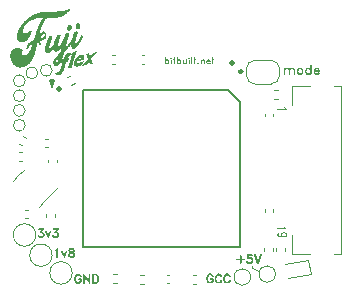
<source format=gbr>
%TF.GenerationSoftware,KiCad,Pcbnew,8.0.0-rc1-4-g5bc78f7d9f*%
%TF.CreationDate,2024-02-12T22:06:08-05:00*%
%TF.ProjectId,fujiflex,66756a69-666c-4657-982e-6b696361645f,rev?*%
%TF.SameCoordinates,Original*%
%TF.FileFunction,Legend,Top*%
%TF.FilePolarity,Positive*%
%FSLAX46Y46*%
G04 Gerber Fmt 4.6, Leading zero omitted, Abs format (unit mm)*
G04 Created by KiCad (PCBNEW 8.0.0-rc1-4-g5bc78f7d9f) date 2024-02-12 22:06:08*
%MOMM*%
%LPD*%
G01*
G04 APERTURE LIST*
%ADD10C,0.150000*%
%ADD11C,0.273607*%
%ADD12C,0.120000*%
%ADD13C,0.125000*%
%ADD14C,0.200000*%
%ADD15C,0.350000*%
%ADD16C,0.250000*%
%ADD17C,0.100000*%
G04 APERTURE END LIST*
D10*
X134820000Y-94838700D02*
X134620000Y-94238700D01*
X134820000Y-94638700D02*
X134920000Y-94338700D01*
X135020000Y-94238700D02*
X134820000Y-94838700D01*
D11*
X150202041Y-92800771D02*
G75*
G02*
X149928435Y-92800771I-136803J0D01*
G01*
X149928435Y-92800771D02*
G75*
G02*
X150202041Y-92800771I136803J0D01*
G01*
D10*
X134620000Y-94238700D02*
X135020000Y-94238700D01*
D12*
X151744896Y-110161173D02*
X151744896Y-109961681D01*
D10*
X134720000Y-94338700D02*
X134820000Y-94638700D01*
X134920000Y-94338700D02*
X134720000Y-94338700D01*
D12*
X152375110Y-110451343D02*
X151744896Y-110161173D01*
D13*
G36*
X144416946Y-92330708D02*
G01*
X144425666Y-92336521D01*
X144431650Y-92345240D01*
X144433702Y-92355840D01*
X144433702Y-92539462D01*
X144445498Y-92530401D01*
X144496789Y-92503900D01*
X144508586Y-92503900D01*
X144585352Y-92503900D01*
X144597149Y-92506978D01*
X144655279Y-92537924D01*
X144706399Y-92589898D01*
X144713408Y-92600840D01*
X144738883Y-92678803D01*
X144739909Y-92739839D01*
X144713408Y-92825666D01*
X144706399Y-92836779D01*
X144655279Y-92888754D01*
X144597149Y-92919700D01*
X144585352Y-92919700D01*
X144508586Y-92919700D01*
X144496789Y-92916964D01*
X144445498Y-92892515D01*
X144433702Y-92884138D01*
X144431650Y-92904825D01*
X144425837Y-92913716D01*
X144416946Y-92919700D01*
X144381385Y-92921751D01*
X144370614Y-92919700D01*
X144361723Y-92913716D01*
X144355910Y-92904825D01*
X144353859Y-92894054D01*
X144353859Y-92800875D01*
X144433702Y-92800875D01*
X144515425Y-92843105D01*
X144578513Y-92843105D01*
X144619888Y-92821563D01*
X144637498Y-92802927D01*
X144659211Y-92734026D01*
X144659211Y-92689574D01*
X144637498Y-92620673D01*
X144619888Y-92602037D01*
X144578513Y-92580495D01*
X144515425Y-92580495D01*
X144433702Y-92622725D01*
X144433702Y-92800875D01*
X144353859Y-92800875D01*
X144353859Y-92356524D01*
X144355910Y-92345582D01*
X144361894Y-92336692D01*
X144370614Y-92330879D01*
X144381556Y-92328827D01*
X144416946Y-92330708D01*
G37*
G36*
X144877711Y-92330879D02*
G01*
X144914127Y-92328827D01*
X144924898Y-92330879D01*
X144959434Y-92362337D01*
X144965247Y-92371228D01*
X144967299Y-92407644D01*
X144965247Y-92418415D01*
X144959434Y-92427306D01*
X144924898Y-92458764D01*
X144888482Y-92460816D01*
X144877711Y-92458764D01*
X144843175Y-92427306D01*
X144837362Y-92418415D01*
X144835310Y-92381999D01*
X144837362Y-92371228D01*
X144843175Y-92362337D01*
X144877711Y-92330879D01*
G37*
G36*
X144863007Y-92521681D02*
G01*
X144868820Y-92512791D01*
X144877711Y-92505952D01*
X144914127Y-92503900D01*
X144924898Y-92505952D01*
X144933789Y-92512791D01*
X144939602Y-92521681D01*
X144941653Y-92531769D01*
X144941653Y-92891831D01*
X144939602Y-92902773D01*
X144933789Y-92911835D01*
X144924898Y-92917648D01*
X144914127Y-92919700D01*
X144877711Y-92917648D01*
X144868820Y-92911835D01*
X144863007Y-92902773D01*
X144860956Y-92891831D01*
X144860956Y-92531769D01*
X144863007Y-92521681D01*
G37*
G36*
X145041500Y-92519630D02*
G01*
X145047313Y-92510739D01*
X145057229Y-92503900D01*
X145116385Y-92502020D01*
X145116385Y-92355669D01*
X145118436Y-92345069D01*
X145124249Y-92336521D01*
X145133140Y-92330708D01*
X145143911Y-92328827D01*
X145169556Y-92328827D01*
X145180327Y-92328827D01*
X145189218Y-92334640D01*
X145195031Y-92343531D01*
X145197083Y-92354302D01*
X145197083Y-92503900D01*
X145246322Y-92503900D01*
X145256067Y-92503900D01*
X145264958Y-92510739D01*
X145270942Y-92519630D01*
X145273848Y-92529375D01*
X145273848Y-92555021D01*
X145270942Y-92565792D01*
X145264958Y-92574682D01*
X145256067Y-92580495D01*
X145197083Y-92582547D01*
X145197083Y-92891660D01*
X145195031Y-92902773D01*
X145189218Y-92911664D01*
X145180327Y-92917648D01*
X145143911Y-92919700D01*
X145133140Y-92917648D01*
X145124249Y-92911664D01*
X145118436Y-92902773D01*
X145116385Y-92891660D01*
X145116385Y-92582547D01*
X145067145Y-92582547D01*
X145057229Y-92580495D01*
X145047313Y-92574682D01*
X145041500Y-92565792D01*
X145039448Y-92555021D01*
X145039448Y-92529375D01*
X145041500Y-92519630D01*
G37*
G36*
X145432508Y-92330708D02*
G01*
X145441228Y-92336521D01*
X145447212Y-92345240D01*
X145449263Y-92355840D01*
X145449263Y-92539462D01*
X145461060Y-92530401D01*
X145512351Y-92503900D01*
X145524148Y-92503900D01*
X145600914Y-92503900D01*
X145612711Y-92506978D01*
X145670840Y-92537924D01*
X145721960Y-92589898D01*
X145728970Y-92600840D01*
X145754445Y-92678803D01*
X145755471Y-92739839D01*
X145728970Y-92825666D01*
X145721960Y-92836779D01*
X145670840Y-92888754D01*
X145612711Y-92919700D01*
X145600914Y-92919700D01*
X145524148Y-92919700D01*
X145512351Y-92916964D01*
X145461060Y-92892515D01*
X145449263Y-92884138D01*
X145447212Y-92904825D01*
X145441399Y-92913716D01*
X145432508Y-92919700D01*
X145396946Y-92921751D01*
X145386175Y-92919700D01*
X145377285Y-92913716D01*
X145371472Y-92904825D01*
X145369420Y-92894054D01*
X145369420Y-92800875D01*
X145449263Y-92800875D01*
X145530987Y-92843105D01*
X145594075Y-92843105D01*
X145635450Y-92821563D01*
X145653060Y-92802927D01*
X145674773Y-92734026D01*
X145674773Y-92689574D01*
X145653060Y-92620673D01*
X145635450Y-92602037D01*
X145594075Y-92580495D01*
X145530987Y-92580495D01*
X145449263Y-92622725D01*
X145449263Y-92800875D01*
X145369420Y-92800875D01*
X145369420Y-92356524D01*
X145371472Y-92345582D01*
X145377456Y-92336692D01*
X145386175Y-92330879D01*
X145397117Y-92328827D01*
X145432508Y-92330708D01*
G37*
G36*
X145877543Y-92521681D02*
G01*
X145883527Y-92512791D01*
X145892247Y-92505952D01*
X145903189Y-92503900D01*
X145938579Y-92505952D01*
X145947299Y-92512962D01*
X145953283Y-92522023D01*
X145955334Y-92532111D01*
X145955334Y-92786685D01*
X145973970Y-92823956D01*
X146011413Y-92843105D01*
X146048855Y-92843105D01*
X146093136Y-92820879D01*
X146156224Y-92777281D01*
X146156224Y-92530230D01*
X146158105Y-92520143D01*
X146164089Y-92510910D01*
X146172808Y-92503900D01*
X146183750Y-92503900D01*
X146208370Y-92503900D01*
X146219312Y-92505952D01*
X146228032Y-92512791D01*
X146234016Y-92521852D01*
X146235896Y-92531769D01*
X146235896Y-92893712D01*
X146233845Y-92904825D01*
X146228032Y-92913716D01*
X146219141Y-92919700D01*
X146208370Y-92919700D01*
X146183750Y-92919700D01*
X146172979Y-92917819D01*
X146164089Y-92912177D01*
X146158276Y-92903799D01*
X146156224Y-92893541D01*
X146156224Y-92859860D01*
X146118782Y-92894225D01*
X146068517Y-92919700D01*
X146055694Y-92919700D01*
X145978928Y-92919700D01*
X145967131Y-92916793D01*
X145906950Y-92883967D01*
X145902163Y-92875076D01*
X145875491Y-92788736D01*
X145875491Y-92531769D01*
X145877543Y-92521681D01*
G37*
G36*
X146399344Y-92330879D02*
G01*
X146435760Y-92328827D01*
X146446531Y-92330879D01*
X146481067Y-92362337D01*
X146486880Y-92371228D01*
X146488932Y-92407644D01*
X146486880Y-92418415D01*
X146481067Y-92427306D01*
X146446531Y-92458764D01*
X146410115Y-92460816D01*
X146399344Y-92458764D01*
X146364808Y-92427306D01*
X146358995Y-92418415D01*
X146356943Y-92381999D01*
X146358995Y-92371228D01*
X146364808Y-92362337D01*
X146399344Y-92330879D01*
G37*
G36*
X146384640Y-92521681D02*
G01*
X146390453Y-92512791D01*
X146399344Y-92505952D01*
X146435760Y-92503900D01*
X146446531Y-92505952D01*
X146455422Y-92512791D01*
X146461235Y-92521681D01*
X146463286Y-92531769D01*
X146463286Y-92891831D01*
X146461235Y-92902773D01*
X146455422Y-92911835D01*
X146446531Y-92917648D01*
X146435760Y-92919700D01*
X146399344Y-92917648D01*
X146390453Y-92911835D01*
X146384640Y-92902773D01*
X146382588Y-92891831D01*
X146382588Y-92531769D01*
X146384640Y-92521681D01*
G37*
G36*
X146614424Y-92345582D02*
G01*
X146620237Y-92336692D01*
X146629127Y-92330879D01*
X146665544Y-92328827D01*
X146676315Y-92330879D01*
X146685205Y-92336692D01*
X146691018Y-92345582D01*
X146693070Y-92356353D01*
X146693070Y-92892173D01*
X146691018Y-92902944D01*
X146685205Y-92911835D01*
X146676315Y-92917648D01*
X146665544Y-92919700D01*
X146629127Y-92917648D01*
X146620237Y-92911835D01*
X146614424Y-92902944D01*
X146612372Y-92892173D01*
X146612372Y-92356353D01*
X146614424Y-92345582D01*
G37*
G36*
X146792916Y-92519630D02*
G01*
X146798729Y-92510739D01*
X146808646Y-92503900D01*
X146867801Y-92502020D01*
X146867801Y-92355669D01*
X146869853Y-92345069D01*
X146875666Y-92336521D01*
X146884556Y-92330708D01*
X146895327Y-92328827D01*
X146920973Y-92328827D01*
X146931744Y-92328827D01*
X146940635Y-92334640D01*
X146946448Y-92343531D01*
X146948499Y-92354302D01*
X146948499Y-92503900D01*
X146997739Y-92503900D01*
X147007484Y-92503900D01*
X147016374Y-92510739D01*
X147022358Y-92519630D01*
X147025265Y-92529375D01*
X147025265Y-92555021D01*
X147022358Y-92565792D01*
X147016374Y-92574682D01*
X147007484Y-92580495D01*
X146948499Y-92582547D01*
X146948499Y-92891660D01*
X146946448Y-92902773D01*
X146940635Y-92911664D01*
X146931744Y-92917648D01*
X146895327Y-92919700D01*
X146884556Y-92917648D01*
X146875666Y-92911664D01*
X146869853Y-92902773D01*
X146867801Y-92891660D01*
X146867801Y-92582547D01*
X146818562Y-92582547D01*
X146808646Y-92580495D01*
X146798729Y-92574682D01*
X146792916Y-92565792D01*
X146790865Y-92555021D01*
X146790865Y-92529375D01*
X146792916Y-92519630D01*
G37*
G36*
X147164092Y-92788395D02*
G01*
X147200509Y-92788395D01*
X147211451Y-92790446D01*
X147245816Y-92822247D01*
X147251800Y-92831137D01*
X147253852Y-92868067D01*
X147251800Y-92879009D01*
X147245816Y-92887899D01*
X147211451Y-92919700D01*
X147175034Y-92921751D01*
X147164092Y-92919700D01*
X147155202Y-92913716D01*
X147123743Y-92878325D01*
X147121863Y-92840882D01*
X147123743Y-92829769D01*
X147129727Y-92820708D01*
X147164092Y-92788395D01*
G37*
G36*
X147402595Y-92519801D02*
G01*
X147408579Y-92510910D01*
X147417299Y-92503900D01*
X147452690Y-92502020D01*
X147463632Y-92503900D01*
X147472351Y-92510739D01*
X147478335Y-92519288D01*
X147480387Y-92563740D01*
X147517829Y-92529375D01*
X147567923Y-92503900D01*
X147580746Y-92503900D01*
X147657512Y-92503900D01*
X147669480Y-92506807D01*
X147729490Y-92539633D01*
X147734448Y-92548524D01*
X147760949Y-92634863D01*
X147760949Y-92891831D01*
X147758897Y-92902773D01*
X147753084Y-92911835D01*
X147744193Y-92917648D01*
X147733422Y-92919700D01*
X147708803Y-92919700D01*
X147698032Y-92919700D01*
X147689141Y-92913545D01*
X147683328Y-92904483D01*
X147681277Y-92893370D01*
X147681277Y-92638283D01*
X147662641Y-92599815D01*
X147625198Y-92580495D01*
X147587756Y-92580495D01*
X147543475Y-92603063D01*
X147480387Y-92647344D01*
X147480387Y-92898157D01*
X147478335Y-92909441D01*
X147470471Y-92919700D01*
X147452861Y-92919700D01*
X147428070Y-92919700D01*
X147417299Y-92917648D01*
X147408408Y-92911664D01*
X147402595Y-92902773D01*
X147400544Y-92891831D01*
X147400544Y-92529888D01*
X147402595Y-92519801D01*
G37*
G36*
X148125286Y-92506978D02*
G01*
X148176406Y-92533307D01*
X148214874Y-92572630D01*
X148239494Y-92624263D01*
X148242400Y-92637428D01*
X148242400Y-92716245D01*
X148240519Y-92726503D01*
X148234535Y-92735565D01*
X148225645Y-92742575D01*
X148214874Y-92744626D01*
X147964745Y-92744626D01*
X147984406Y-92804295D01*
X148002187Y-92822247D01*
X148043562Y-92843105D01*
X148106479Y-92843105D01*
X148143921Y-92824298D01*
X148164609Y-92782069D01*
X148180338Y-92768220D01*
X148201025Y-92769246D01*
X148234535Y-92799679D01*
X148240519Y-92809595D01*
X148242400Y-92819340D01*
X148240519Y-92830282D01*
X148234535Y-92839173D01*
X148183415Y-92889609D01*
X148125286Y-92919700D01*
X148113489Y-92919700D01*
X148036552Y-92919700D01*
X148024755Y-92916622D01*
X147973635Y-92890635D01*
X147915505Y-92833702D01*
X147908667Y-92822760D01*
X147883021Y-92744797D01*
X147883021Y-92675896D01*
X147885608Y-92668032D01*
X147972609Y-92668032D01*
X148162728Y-92668032D01*
X148162728Y-92647857D01*
X148143921Y-92602892D01*
X148106479Y-92580495D01*
X148043562Y-92580495D01*
X148002187Y-92605286D01*
X147984406Y-92626657D01*
X147972609Y-92668032D01*
X147885608Y-92668032D01*
X147908667Y-92597934D01*
X147915505Y-92586821D01*
X147965771Y-92534846D01*
X148024755Y-92503900D01*
X148036552Y-92503900D01*
X148113489Y-92503900D01*
X148125286Y-92506978D01*
G37*
G36*
X148314549Y-92519630D02*
G01*
X148320362Y-92510739D01*
X148330279Y-92503900D01*
X148389434Y-92502020D01*
X148389434Y-92355669D01*
X148391486Y-92345069D01*
X148397299Y-92336521D01*
X148406189Y-92330708D01*
X148416960Y-92328827D01*
X148442606Y-92328827D01*
X148453377Y-92328827D01*
X148462267Y-92334640D01*
X148468080Y-92343531D01*
X148470132Y-92354302D01*
X148470132Y-92503900D01*
X148519371Y-92503900D01*
X148529117Y-92503900D01*
X148538007Y-92510739D01*
X148543991Y-92519630D01*
X148546898Y-92529375D01*
X148546898Y-92555021D01*
X148543991Y-92565792D01*
X148538007Y-92574682D01*
X148529117Y-92580495D01*
X148470132Y-92582547D01*
X148470132Y-92891660D01*
X148468080Y-92902773D01*
X148462267Y-92911664D01*
X148453377Y-92917648D01*
X148416960Y-92919700D01*
X148406189Y-92917648D01*
X148397299Y-92911664D01*
X148391486Y-92902773D01*
X148389434Y-92891660D01*
X148389434Y-92582547D01*
X148340195Y-92582547D01*
X148330279Y-92580495D01*
X148320362Y-92574682D01*
X148314549Y-92565792D01*
X148312498Y-92555021D01*
X148312498Y-92529375D01*
X148314549Y-92519630D01*
G37*
D14*
G36*
X148215429Y-111068630D02*
G01*
X148227885Y-111048358D01*
X148247669Y-111035413D01*
X148270139Y-111031016D01*
X148443307Y-111031016D01*
X148465778Y-111035413D01*
X148484096Y-111048358D01*
X148496796Y-111068874D01*
X148502414Y-111092077D01*
X148502414Y-111234471D01*
X148495331Y-111262314D01*
X148450146Y-111349509D01*
X148365882Y-111432307D01*
X148295540Y-111468700D01*
X148270139Y-111468700D01*
X148130921Y-111468700D01*
X148105519Y-111463082D01*
X148021256Y-111416187D01*
X147950669Y-111346822D01*
X147905729Y-111261826D01*
X147864940Y-111130179D01*
X147864940Y-110957499D01*
X147903042Y-110834157D01*
X147950669Y-110740612D01*
X148036643Y-110660011D01*
X148105519Y-110624596D01*
X148130921Y-110624596D01*
X148270139Y-110624596D01*
X148295540Y-110630214D01*
X148365882Y-110666118D01*
X148450146Y-110747939D01*
X148495331Y-110832935D01*
X148500949Y-110855406D01*
X148496796Y-110882272D01*
X148484096Y-110901812D01*
X148468464Y-110911826D01*
X148447459Y-110918665D01*
X148408136Y-110918665D01*
X148386887Y-110914512D01*
X148368569Y-110903277D01*
X148354647Y-110886425D01*
X148325094Y-110825852D01*
X148303845Y-110804847D01*
X148256217Y-110780912D01*
X148145087Y-110780912D01*
X148097215Y-110804603D01*
X148075966Y-110825364D01*
X148047878Y-110881051D01*
X148018325Y-110970200D01*
X148018325Y-111123096D01*
X148047878Y-111212245D01*
X148075966Y-111267932D01*
X148097215Y-111288693D01*
X148145087Y-111312384D01*
X148256217Y-111312384D01*
X148303845Y-111288204D01*
X148325094Y-111266955D01*
X148349030Y-111218595D01*
X148349030Y-111187332D01*
X148270139Y-111187332D01*
X148247669Y-111182935D01*
X148227885Y-111169990D01*
X148215429Y-111151184D01*
X148211032Y-111091833D01*
X148215429Y-111068630D01*
G37*
G36*
X149173105Y-111346578D02*
G01*
X149104228Y-111419607D01*
X149018499Y-111468700D01*
X148993098Y-111468700D01*
X148853879Y-111468700D01*
X148828478Y-111463082D01*
X148744214Y-111416187D01*
X148673872Y-111346822D01*
X148628688Y-111261826D01*
X148590830Y-111149963D01*
X148587899Y-110957499D01*
X148626001Y-110834157D01*
X148663859Y-110756243D01*
X148744214Y-110671247D01*
X148828478Y-110624596D01*
X148853879Y-110624596D01*
X148993098Y-110624596D01*
X149018499Y-110630214D01*
X149104228Y-110677597D01*
X149173105Y-110747939D01*
X149218290Y-110832935D01*
X149223907Y-110855406D01*
X149219755Y-110882272D01*
X149207055Y-110901812D01*
X149191423Y-110911826D01*
X149170418Y-110918665D01*
X149131095Y-110918665D01*
X149109846Y-110914512D01*
X149091528Y-110903277D01*
X149077606Y-110886425D01*
X149048053Y-110825852D01*
X149026803Y-110804847D01*
X148979176Y-110780912D01*
X148868046Y-110780912D01*
X148825792Y-110801672D01*
X148769371Y-110883982D01*
X148741284Y-110970200D01*
X148741284Y-111123096D01*
X148769371Y-111209314D01*
X148825792Y-111291623D01*
X148868046Y-111312384D01*
X148979176Y-111312384D01*
X149026803Y-111288448D01*
X149048053Y-111267443D01*
X149077606Y-111206871D01*
X149091528Y-111190018D01*
X149109846Y-111178783D01*
X149131095Y-111174631D01*
X149170418Y-111174631D01*
X149188736Y-111178783D01*
X149207055Y-111191484D01*
X149220976Y-111215420D01*
X149223907Y-111237890D01*
X149219755Y-111257674D01*
X149173105Y-111346578D01*
G37*
G36*
X149895087Y-111346578D02*
G01*
X149826210Y-111419607D01*
X149740481Y-111468700D01*
X149715080Y-111468700D01*
X149575861Y-111468700D01*
X149550460Y-111463082D01*
X149466196Y-111416187D01*
X149395854Y-111346822D01*
X149350669Y-111261826D01*
X149312812Y-111149963D01*
X149309881Y-110957499D01*
X149347983Y-110834157D01*
X149385840Y-110756243D01*
X149466196Y-110671247D01*
X149550460Y-110624596D01*
X149575861Y-110624596D01*
X149715080Y-110624596D01*
X149740481Y-110630214D01*
X149826210Y-110677597D01*
X149895087Y-110747939D01*
X149940272Y-110832935D01*
X149945889Y-110855406D01*
X149941737Y-110882272D01*
X149929036Y-110901812D01*
X149913405Y-110911826D01*
X149892400Y-110918665D01*
X149853077Y-110918665D01*
X149831828Y-110914512D01*
X149813510Y-110903277D01*
X149799588Y-110886425D01*
X149770034Y-110825852D01*
X149748785Y-110804847D01*
X149701158Y-110780912D01*
X149590027Y-110780912D01*
X149547773Y-110801672D01*
X149491353Y-110883982D01*
X149463265Y-110970200D01*
X149463265Y-111123096D01*
X149491353Y-111209314D01*
X149547773Y-111291623D01*
X149590027Y-111312384D01*
X149701158Y-111312384D01*
X149748785Y-111288448D01*
X149770034Y-111267443D01*
X149799588Y-111206871D01*
X149813510Y-111190018D01*
X149831828Y-111178783D01*
X149853077Y-111174631D01*
X149892400Y-111174631D01*
X149910718Y-111178783D01*
X149929036Y-111191484D01*
X149942958Y-111215420D01*
X149945889Y-111237890D01*
X149941737Y-111257674D01*
X149895087Y-111346578D01*
G37*
D10*
G36*
X154560935Y-106674804D02*
G01*
X154576566Y-106682131D01*
X154617355Y-106740200D01*
X154731172Y-106827944D01*
X154734103Y-106839485D01*
X154731172Y-106851025D01*
X154722868Y-106860551D01*
X154710167Y-106866779D01*
X154694780Y-106868977D01*
X153929323Y-106868977D01*
X153913935Y-106866779D01*
X153901235Y-106860551D01*
X153892930Y-106851025D01*
X153890000Y-106812007D01*
X153892930Y-106800467D01*
X153901235Y-106790941D01*
X153913935Y-106784713D01*
X153929323Y-106782515D01*
X154527229Y-106782515D01*
X154513307Y-106770791D01*
X154473740Y-106704296D01*
X154475205Y-106692756D01*
X154483754Y-106682131D01*
X154496454Y-106675903D01*
X154511842Y-106672789D01*
X154560935Y-106674804D01*
G37*
G36*
X154597327Y-107164450D02*
G01*
X154612958Y-107171777D01*
X154686231Y-107226548D01*
X154696001Y-107238272D01*
X154732637Y-107319422D01*
X154734103Y-107356425D01*
X154696001Y-107448199D01*
X154686231Y-107459739D01*
X154612958Y-107513595D01*
X154594640Y-107522021D01*
X154439546Y-107549499D01*
X154256364Y-107549499D01*
X154066099Y-107522021D01*
X154052177Y-107517808D01*
X153933719Y-107456625D01*
X153890000Y-107365950D01*
X153888534Y-107301470D01*
X153925170Y-107210795D01*
X153933230Y-107200170D01*
X154015052Y-107166465D01*
X154030439Y-107163351D01*
X154045826Y-107164450D01*
X154059993Y-107170678D01*
X154068541Y-107180203D01*
X154072693Y-107192843D01*
X154069762Y-107230762D01*
X154050223Y-107246698D01*
X154021891Y-107257140D01*
X153999420Y-107306782D01*
X153999420Y-107351112D01*
X154025310Y-107408082D01*
X154087103Y-107437574D01*
X154228276Y-107458823D01*
X154219972Y-107448199D01*
X154183335Y-107365950D01*
X154183335Y-107351112D01*
X154296664Y-107351112D01*
X154317669Y-107397457D01*
X154344291Y-107428232D01*
X154383859Y-107448199D01*
X154441500Y-107461937D01*
X154539930Y-107443986D01*
X154570949Y-107428232D01*
X154597571Y-107397457D01*
X154618820Y-107351112D01*
X154618820Y-107334260D01*
X154597571Y-107287731D01*
X154570949Y-107257140D01*
X154531625Y-107237173D01*
X154469588Y-107222335D01*
X154445652Y-107222335D01*
X154383859Y-107237173D01*
X154344291Y-107257140D01*
X154317669Y-107287731D01*
X154296664Y-107334260D01*
X154296664Y-107351112D01*
X154183335Y-107351112D01*
X154183335Y-107319422D01*
X154219972Y-107238272D01*
X154228276Y-107226548D01*
X154301549Y-107171777D01*
X154316936Y-107164450D01*
X154426845Y-107136972D01*
X154487418Y-107136972D01*
X154597327Y-107164450D01*
G37*
D15*
G36*
X136335744Y-88228906D02*
G01*
X136307023Y-88299507D01*
X136250344Y-88377696D01*
X136187774Y-88450957D01*
X136119312Y-88519288D01*
X136044959Y-88582690D01*
X135967080Y-88641045D01*
X135888117Y-88694654D01*
X135797987Y-88749291D01*
X135726937Y-88787635D01*
X135636032Y-88831674D01*
X135546630Y-88870437D01*
X135449055Y-88907317D01*
X135410545Y-88920244D01*
X135311077Y-88950385D01*
X135215680Y-88974988D01*
X135153112Y-88987772D01*
X135054326Y-89003156D01*
X134954760Y-89012004D01*
X134854414Y-89014318D01*
X134753287Y-89010095D01*
X134652695Y-89002225D01*
X134553472Y-88993680D01*
X134455618Y-88984459D01*
X134359133Y-88974563D01*
X134297500Y-89043722D01*
X134239281Y-89117969D01*
X134184474Y-89197305D01*
X134133081Y-89281730D01*
X134105246Y-89332257D01*
X134058640Y-89423428D01*
X134020543Y-89503925D01*
X133984153Y-89586593D01*
X133949472Y-89671432D01*
X133916498Y-89758441D01*
X133911169Y-89773154D01*
X133880019Y-89862136D01*
X133850297Y-89952483D01*
X133822001Y-90044197D01*
X133795131Y-90137276D01*
X133769689Y-90231721D01*
X133761525Y-90263506D01*
X133737808Y-90358313D01*
X133714862Y-90451947D01*
X133692684Y-90544407D01*
X133671277Y-90635695D01*
X133650639Y-90725808D01*
X133643931Y-90755586D01*
X133706983Y-90736221D01*
X133713091Y-90687594D01*
X133869536Y-90687594D01*
X133941800Y-90661397D01*
X134032488Y-90621536D01*
X134113606Y-90566289D01*
X134146574Y-90525900D01*
X134182246Y-90442296D01*
X134196271Y-90350768D01*
X134196371Y-90349206D01*
X134180708Y-90322837D01*
X134132819Y-90321299D01*
X134044550Y-90368546D01*
X133982234Y-90438513D01*
X133969051Y-90458680D01*
X133922659Y-90543173D01*
X133887156Y-90629285D01*
X133869536Y-90687594D01*
X133713091Y-90687594D01*
X133718132Y-90647455D01*
X133736704Y-90557712D01*
X133743374Y-90531892D01*
X133771490Y-90444668D01*
X133809999Y-90359322D01*
X133818741Y-90343259D01*
X133870949Y-90264502D01*
X133932470Y-90197775D01*
X134013262Y-90140912D01*
X134084237Y-90113290D01*
X134175166Y-90114183D01*
X134255017Y-90164772D01*
X134305150Y-90237811D01*
X134314757Y-90258837D01*
X134338238Y-90343081D01*
X134343467Y-90393528D01*
X134339149Y-90482869D01*
X134323674Y-90569604D01*
X134290268Y-90656273D01*
X134286754Y-90662637D01*
X134232540Y-90736515D01*
X134156715Y-90798163D01*
X134125251Y-90815678D01*
X134035494Y-90855850D01*
X133979653Y-90876072D01*
X133883033Y-90906799D01*
X133834419Y-90921646D01*
X133833947Y-91010648D01*
X133834694Y-91030102D01*
X133844687Y-91117368D01*
X133850588Y-91142749D01*
X133866081Y-91227949D01*
X133867637Y-91270382D01*
X133837088Y-91310924D01*
X133782887Y-91267965D01*
X133742433Y-91187247D01*
X133733283Y-91163867D01*
X133710355Y-91079580D01*
X133705991Y-91054098D01*
X133696396Y-90967067D01*
X133695878Y-90957359D01*
X133595712Y-90988476D01*
X133577829Y-91074219D01*
X133559735Y-91159657D01*
X133541430Y-91244788D01*
X133531170Y-91291951D01*
X133512142Y-91377259D01*
X133492113Y-91463568D01*
X133471084Y-91550877D01*
X133458969Y-91599814D01*
X133437372Y-91688877D01*
X133414938Y-91776074D01*
X133391666Y-91861406D01*
X133362634Y-91961341D01*
X133332396Y-92058590D01*
X133306276Y-92137578D01*
X133273037Y-92229375D01*
X133237066Y-92317747D01*
X133198364Y-92402695D01*
X133156930Y-92484218D01*
X133105139Y-92575000D01*
X133097437Y-92587588D01*
X133040997Y-92672660D01*
X132979975Y-92751935D01*
X132914370Y-92825413D01*
X132844184Y-92893095D01*
X132802019Y-92929169D01*
X132724429Y-92986843D01*
X132641430Y-93036998D01*
X132553023Y-93079633D01*
X132459207Y-93114749D01*
X132403170Y-93131438D01*
X132402953Y-93141459D01*
X132306341Y-93166008D01*
X132201507Y-93181857D01*
X132100753Y-93185246D01*
X132035851Y-93180582D01*
X131932446Y-93161262D01*
X131834947Y-93128186D01*
X131743353Y-93081352D01*
X131725743Y-93070335D01*
X131649909Y-93014483D01*
X131579748Y-92948086D01*
X131522147Y-92880214D01*
X131481888Y-92823843D01*
X131433237Y-92742037D01*
X131390727Y-92652855D01*
X131358567Y-92568770D01*
X131331108Y-92479038D01*
X131324126Y-92452363D01*
X131306193Y-92359142D01*
X131295265Y-92270916D01*
X131291352Y-92176203D01*
X131296589Y-92088015D01*
X131299327Y-92066987D01*
X131316977Y-91977028D01*
X131345526Y-91886529D01*
X131383484Y-91805985D01*
X131396706Y-91783763D01*
X131451189Y-91709611D01*
X131520138Y-91642483D01*
X131578364Y-91601562D01*
X131668672Y-91555999D01*
X131762544Y-91525998D01*
X131807070Y-91517399D01*
X131911306Y-91510187D01*
X132013609Y-91521093D01*
X132042484Y-91527537D01*
X132132226Y-91557435D01*
X132219397Y-91604441D01*
X132248149Y-91624951D01*
X132310081Y-91690679D01*
X132319841Y-91716474D01*
X132311663Y-91793869D01*
X132279025Y-91876011D01*
X132270560Y-91963570D01*
X132274528Y-91988347D01*
X132307598Y-92072223D01*
X132356748Y-92117076D01*
X132449517Y-92142530D01*
X132495911Y-92141148D01*
X132590982Y-92118145D01*
X132647102Y-92092787D01*
X132728827Y-92036713D01*
X132758454Y-92004144D01*
X132817097Y-91921856D01*
X132872415Y-91835253D01*
X132924409Y-91744334D01*
X132966330Y-91662969D01*
X132999398Y-91592743D01*
X133036940Y-91507019D01*
X133072294Y-91421344D01*
X133105459Y-91335720D01*
X133136436Y-91250146D01*
X133165225Y-91164622D01*
X133174335Y-91136125D01*
X133085152Y-91187631D01*
X133004601Y-91245331D01*
X132962903Y-91278873D01*
X132889022Y-91350472D01*
X132827245Y-91428231D01*
X132776032Y-91508530D01*
X132765216Y-91527701D01*
X132703541Y-91598607D01*
X132681538Y-91598878D01*
X132647628Y-91519309D01*
X132648040Y-91510169D01*
X132661470Y-91420198D01*
X132690904Y-91335570D01*
X132709888Y-91298313D01*
X132759814Y-91221296D01*
X132820066Y-91149907D01*
X132851357Y-91118858D01*
X132925148Y-91055760D01*
X133005502Y-90999242D01*
X133044802Y-90975375D01*
X133131091Y-90928621D01*
X133223311Y-90886726D01*
X133256069Y-90873888D01*
X133339615Y-90607860D01*
X133369314Y-90512917D01*
X133399179Y-90418216D01*
X133429212Y-90323757D01*
X133459411Y-90229539D01*
X133490170Y-90135685D01*
X133521956Y-90042733D01*
X133554770Y-89950686D01*
X133588611Y-89859543D01*
X133623685Y-89769593D01*
X133660199Y-89681125D01*
X133698153Y-89594139D01*
X133737545Y-89508636D01*
X133778558Y-89424936D01*
X133821372Y-89343359D01*
X133865985Y-89263906D01*
X133912400Y-89186578D01*
X133961267Y-89109985D01*
X133995198Y-89056963D01*
X134048263Y-88982115D01*
X134073900Y-88951942D01*
X133971505Y-88947211D01*
X133872975Y-88947559D01*
X133866319Y-88947746D01*
X133763600Y-88955693D01*
X133661863Y-88972231D01*
X133639326Y-88976921D01*
X133538486Y-89000686D01*
X133437134Y-89030947D01*
X133374347Y-89052289D01*
X133282676Y-89086933D01*
X133190912Y-89126001D01*
X133099057Y-89169493D01*
X133080675Y-89178723D01*
X132989697Y-89227079D01*
X132900694Y-89279494D01*
X132813666Y-89335970D01*
X132796498Y-89347752D01*
X132714223Y-89408874D01*
X132638781Y-89474131D01*
X132570171Y-89543525D01*
X132557269Y-89557900D01*
X132498377Y-89631420D01*
X132448847Y-89708037D01*
X132405178Y-89795891D01*
X132401770Y-89804064D01*
X132373142Y-89895336D01*
X132361122Y-89981004D01*
X132362439Y-90069237D01*
X132363304Y-90078202D01*
X132392289Y-90163048D01*
X132448001Y-90234761D01*
X132451979Y-90237910D01*
X132540472Y-90274524D01*
X132601398Y-90272326D01*
X132696755Y-90242507D01*
X132735158Y-90223567D01*
X132815886Y-90170662D01*
X132870079Y-90125126D01*
X132943968Y-90062782D01*
X133025937Y-90009958D01*
X133073270Y-90005966D01*
X133087092Y-90092364D01*
X133067340Y-90188635D01*
X133053953Y-90236798D01*
X133021888Y-90329436D01*
X132985512Y-90418098D01*
X132944824Y-90502781D01*
X132920357Y-90548109D01*
X132874082Y-90625580D01*
X132819696Y-90705257D01*
X132762184Y-90778195D01*
X132744321Y-90798762D01*
X132676962Y-90868429D01*
X132600412Y-90933856D01*
X132540899Y-90975687D01*
X132454127Y-91023303D01*
X132360902Y-91056119D01*
X132327664Y-91063198D01*
X132224090Y-91067511D01*
X132127683Y-91042662D01*
X132046258Y-90994765D01*
X131981658Y-90931099D01*
X131929092Y-90848008D01*
X131892468Y-90757843D01*
X131871241Y-90680146D01*
X131859737Y-90588727D01*
X131855955Y-90497197D01*
X131859897Y-90405556D01*
X131871562Y-90313805D01*
X131890950Y-90221943D01*
X131899129Y-90191298D01*
X131927529Y-90099810D01*
X131961136Y-90009571D01*
X131999950Y-89920581D01*
X132043973Y-89832838D01*
X132093202Y-89746345D01*
X132110769Y-89717791D01*
X132166413Y-89633223D01*
X132226205Y-89550426D01*
X132290146Y-89469400D01*
X132358236Y-89390145D01*
X132430474Y-89312661D01*
X132455475Y-89287226D01*
X132532294Y-89212774D01*
X132610998Y-89141499D01*
X132691588Y-89073401D01*
X132774063Y-89008480D01*
X132858423Y-88946736D01*
X132886963Y-88926861D01*
X132973553Y-88869454D01*
X133061154Y-88815805D01*
X133149767Y-88765915D01*
X133239392Y-88719783D01*
X133330028Y-88677409D01*
X133360465Y-88664120D01*
X133451319Y-88627267D01*
X133555805Y-88590710D01*
X133658665Y-88561085D01*
X133759900Y-88538392D01*
X133831215Y-88526428D01*
X133933139Y-88512304D01*
X134032141Y-88499883D01*
X134147088Y-88487223D01*
X134257829Y-88477015D01*
X134364363Y-88469257D01*
X134433049Y-88465446D01*
X134532223Y-88460878D01*
X134641796Y-88456784D01*
X134744768Y-88454019D01*
X134854366Y-88452489D01*
X134905933Y-88452375D01*
X135008815Y-88452137D01*
X135103777Y-88449173D01*
X135201163Y-88443598D01*
X135270123Y-88438939D01*
X135370820Y-88431579D01*
X135471176Y-88422286D01*
X135499786Y-88419276D01*
X135599660Y-88406709D01*
X135699234Y-88391371D01*
X135727629Y-88386479D01*
X135827905Y-88366887D01*
X135927527Y-88343589D01*
X135955871Y-88336252D01*
X136056235Y-88306082D01*
X136150923Y-88271109D01*
X136187725Y-88255874D01*
X136245483Y-88231801D01*
X136304057Y-88212358D01*
X136335744Y-88228906D01*
G37*
G36*
X135766006Y-91192154D02*
G01*
X135719669Y-91273141D01*
X135668839Y-91357644D01*
X135614364Y-91442439D01*
X135568352Y-91508683D01*
X135508584Y-91587982D01*
X135447058Y-91661207D01*
X135403429Y-91707031D01*
X135331192Y-91770657D01*
X135265773Y-91812465D01*
X135173479Y-91843892D01*
X135149325Y-91846886D01*
X135056951Y-91823074D01*
X135054498Y-91821073D01*
X134995065Y-91751695D01*
X134990214Y-91743434D01*
X134954667Y-91662451D01*
X134951014Y-91650522D01*
X134936653Y-91571893D01*
X134931961Y-91511524D01*
X134882410Y-91588744D01*
X134826056Y-91667308D01*
X134797752Y-91704021D01*
X134737010Y-91777056D01*
X134672425Y-91845224D01*
X134656198Y-91860489D01*
X134579661Y-91920913D01*
X134537147Y-91944848D01*
X134441962Y-91971946D01*
X134439274Y-91972088D01*
X134346900Y-91948275D01*
X134344447Y-91946274D01*
X134285014Y-91876896D01*
X134280163Y-91868636D01*
X134245041Y-91787909D01*
X134241518Y-91776059D01*
X134223790Y-91698024D01*
X134222689Y-91607522D01*
X134229135Y-91517886D01*
X134237625Y-91458610D01*
X134255108Y-91368798D01*
X134277054Y-91276613D01*
X134294165Y-91213836D01*
X134320301Y-91125148D01*
X134349690Y-91033629D01*
X134379228Y-90947975D01*
X134410700Y-90858885D01*
X134439516Y-90774922D01*
X134468800Y-90687374D01*
X134481964Y-90647313D01*
X134524106Y-90567689D01*
X134550935Y-90546178D01*
X134646046Y-90521290D01*
X134663353Y-90519846D01*
X134737220Y-90516803D01*
X134790965Y-90534670D01*
X134814600Y-90584321D01*
X134800965Y-90671867D01*
X134799915Y-90675450D01*
X134773029Y-90762224D01*
X134746448Y-90847634D01*
X134718796Y-90937309D01*
X134692781Y-91022074D01*
X134687181Y-91040373D01*
X134661656Y-91124601D01*
X134635705Y-91212017D01*
X134630688Y-91229150D01*
X134605536Y-91313661D01*
X134583431Y-91385917D01*
X134579833Y-91444276D01*
X134600727Y-91489636D01*
X134632233Y-91513594D01*
X134662875Y-91512965D01*
X134736786Y-91452250D01*
X134739488Y-91449544D01*
X134800967Y-91380242D01*
X134824595Y-91349903D01*
X134878634Y-91272715D01*
X134900999Y-91237475D01*
X134944233Y-91158808D01*
X134954464Y-91135602D01*
X135081338Y-90853687D01*
X135197307Y-90521179D01*
X135240278Y-90441408D01*
X135268202Y-90419705D01*
X135366680Y-90394223D01*
X135384469Y-90392693D01*
X135458336Y-90389651D01*
X135512080Y-90407518D01*
X135535716Y-90457168D01*
X135522081Y-90544715D01*
X135521031Y-90548298D01*
X135492305Y-90635612D01*
X135465159Y-90720906D01*
X135438936Y-90804640D01*
X135412515Y-90889406D01*
X135404929Y-90913814D01*
X135379390Y-90997962D01*
X135353392Y-91085113D01*
X135348362Y-91102170D01*
X135324292Y-91186491D01*
X135304472Y-91258344D01*
X135299579Y-91317799D01*
X135318476Y-91363077D01*
X135350869Y-91386445D01*
X135384472Y-91385728D01*
X135457422Y-91325182D01*
X135460123Y-91322476D01*
X135521602Y-91253174D01*
X135545230Y-91222836D01*
X135599703Y-91145571D01*
X135622115Y-91110323D01*
X135665349Y-91031656D01*
X135675579Y-91008450D01*
X135808628Y-90713728D01*
X135869151Y-90668768D01*
X135923228Y-90685708D01*
X135951938Y-90744447D01*
X135941539Y-90820498D01*
X135901661Y-90905697D01*
X135862921Y-90992412D01*
X135857842Y-91004089D01*
X135820542Y-91086073D01*
X135778764Y-91168515D01*
X135766006Y-91192154D01*
G37*
G36*
X136257249Y-90276124D02*
G01*
X136279516Y-90326450D01*
X136266553Y-90413038D01*
X136265644Y-90416568D01*
X136236120Y-90513482D01*
X136207356Y-90608947D01*
X136179355Y-90702964D01*
X136152116Y-90795533D01*
X136125639Y-90886654D01*
X136099923Y-90976326D01*
X136089850Y-91011790D01*
X136065360Y-91098495D01*
X136037000Y-91198220D01*
X136009762Y-91293231D01*
X135983646Y-91383528D01*
X135958652Y-91469110D01*
X135946575Y-91510133D01*
X136012554Y-91438619D01*
X136068562Y-91374911D01*
X136130885Y-91300202D01*
X136187655Y-91226207D01*
X136233848Y-91161743D01*
X136284687Y-91085573D01*
X136334902Y-91004767D01*
X136384493Y-90919323D01*
X136394336Y-90901678D01*
X136438949Y-90818835D01*
X136483852Y-90730517D01*
X136524009Y-90647415D01*
X136554278Y-90582250D01*
X136614320Y-90537375D01*
X136666954Y-90554569D01*
X136694221Y-90613562D01*
X136684303Y-90689528D01*
X136648412Y-90772256D01*
X136605623Y-90864575D01*
X136561847Y-90952374D01*
X136517085Y-91035653D01*
X136484507Y-91092372D01*
X136431926Y-91179034D01*
X136378755Y-91261297D01*
X136324995Y-91339162D01*
X136270645Y-91412627D01*
X136209181Y-91490393D01*
X136147282Y-91563909D01*
X136084947Y-91633176D01*
X136050128Y-91669822D01*
X135980627Y-91740313D01*
X135911666Y-91807827D01*
X135843247Y-91872364D01*
X135829627Y-91884914D01*
X135811339Y-91947165D01*
X135787945Y-92014223D01*
X135763762Y-92101690D01*
X135741678Y-92191672D01*
X135737008Y-92212002D01*
X135715282Y-92301459D01*
X135691272Y-92391891D01*
X135679420Y-92433958D01*
X135653469Y-92517939D01*
X135624718Y-92601071D01*
X135603995Y-92656020D01*
X135566473Y-92741925D01*
X135523280Y-92821667D01*
X135501432Y-92856393D01*
X135444661Y-92930180D01*
X135375040Y-92996408D01*
X135360024Y-93008060D01*
X135271155Y-93058235D01*
X135174386Y-93085178D01*
X135167471Y-93086282D01*
X135075720Y-93069475D01*
X135000821Y-93015067D01*
X134998753Y-93012736D01*
X134948382Y-92938448D01*
X134942347Y-92926329D01*
X134916714Y-92844141D01*
X134913502Y-92819005D01*
X134913292Y-92807717D01*
X135112897Y-92807717D01*
X135143998Y-92837822D01*
X135217541Y-92776679D01*
X135263152Y-92697993D01*
X135281396Y-92657783D01*
X135312662Y-92574892D01*
X135328479Y-92525351D01*
X135354286Y-92439429D01*
X135358481Y-92425445D01*
X135382464Y-92340463D01*
X135383197Y-92337755D01*
X135397461Y-92294877D01*
X135337462Y-92366421D01*
X135300446Y-92411373D01*
X135241259Y-92487453D01*
X135188339Y-92562697D01*
X135177290Y-92579353D01*
X135140169Y-92650134D01*
X135113804Y-92734209D01*
X135113306Y-92736900D01*
X135112897Y-92807717D01*
X134913292Y-92807717D01*
X134911762Y-92725665D01*
X134928560Y-92633817D01*
X134950058Y-92573415D01*
X134989237Y-92491914D01*
X135036988Y-92412492D01*
X135087837Y-92342093D01*
X135149904Y-92266590D01*
X135217106Y-92192951D01*
X135282654Y-92127624D01*
X135356021Y-92058185D01*
X135427247Y-91991893D01*
X135490139Y-91934358D01*
X135513762Y-91841002D01*
X135537354Y-91748519D01*
X135560913Y-91656910D01*
X135584441Y-91566175D01*
X135608027Y-91475592D01*
X135632241Y-91384356D01*
X135657084Y-91292467D01*
X135682556Y-91199924D01*
X135708918Y-91106274D01*
X135736912Y-91010981D01*
X135762746Y-90926251D01*
X135789829Y-90840261D01*
X135797797Y-90815462D01*
X135826736Y-90726977D01*
X135857487Y-90635846D01*
X135890050Y-90542070D01*
X135924425Y-90445648D01*
X135944882Y-90389362D01*
X135989280Y-90310685D01*
X136013817Y-90290837D01*
X136109436Y-90263296D01*
X136126751Y-90261809D01*
X136201506Y-90258176D01*
X136257249Y-90276124D01*
G37*
G36*
X136381289Y-89565492D02*
G01*
X136430638Y-89605374D01*
X136477291Y-89681409D01*
X136478269Y-89684213D01*
X136494879Y-89768456D01*
X136495227Y-89777575D01*
X136487210Y-89863486D01*
X136484284Y-89875856D01*
X136446797Y-89959293D01*
X136443322Y-89964241D01*
X136374641Y-90033967D01*
X136293230Y-90066659D01*
X136194235Y-90051801D01*
X136145133Y-90011611D01*
X136100739Y-89934336D01*
X136099759Y-89931506D01*
X136083193Y-89847034D01*
X136082801Y-89838144D01*
X136091985Y-89749628D01*
X136093451Y-89743820D01*
X136130924Y-89660641D01*
X136134412Y-89655436D01*
X136201316Y-89584070D01*
X136282135Y-89550831D01*
X136381289Y-89565492D01*
G37*
G36*
X137235251Y-90933520D02*
G01*
X137188767Y-91014364D01*
X137138002Y-91098713D01*
X137083901Y-91183347D01*
X137038485Y-91249459D01*
X136979436Y-91328631D01*
X136918822Y-91401695D01*
X136875967Y-91447383D01*
X136805174Y-91510754D01*
X136740236Y-91552477D01*
X136647939Y-91583871D01*
X136629080Y-91585966D01*
X136536705Y-91562153D01*
X136534252Y-91560153D01*
X136474819Y-91490774D01*
X136469968Y-91482514D01*
X136434847Y-91401788D01*
X136431324Y-91389938D01*
X136413596Y-91311902D01*
X136412495Y-91221400D01*
X136418941Y-91131764D01*
X136427431Y-91072488D01*
X136444913Y-90982677D01*
X136466860Y-90890491D01*
X136483971Y-90827715D01*
X136510107Y-90739026D01*
X136539495Y-90647507D01*
X136569034Y-90561853D01*
X136600505Y-90472764D01*
X136629322Y-90388800D01*
X136658605Y-90301252D01*
X136671770Y-90261192D01*
X136713912Y-90181567D01*
X136740741Y-90160056D01*
X136835851Y-90135168D01*
X136853159Y-90133724D01*
X136927026Y-90130681D01*
X136980770Y-90148548D01*
X137004406Y-90198199D01*
X136990771Y-90285745D01*
X136989721Y-90289328D01*
X136962835Y-90376102D01*
X136936254Y-90461513D01*
X136908601Y-90551187D01*
X136882587Y-90635953D01*
X136876987Y-90654251D01*
X136851461Y-90738479D01*
X136825510Y-90825896D01*
X136820493Y-90843028D01*
X136795341Y-90927539D01*
X136773237Y-90999795D01*
X136769638Y-91058154D01*
X136790533Y-91103514D01*
X136822039Y-91127472D01*
X136852681Y-91126843D01*
X136926592Y-91066128D01*
X136929294Y-91063422D01*
X136990772Y-90994120D01*
X137014401Y-90963781D01*
X137068440Y-90886594D01*
X137090805Y-90851353D01*
X137134038Y-90772686D01*
X137144269Y-90749480D01*
X137277799Y-90454673D01*
X137339284Y-90409544D01*
X137394805Y-90426230D01*
X137421997Y-90484802D01*
X137413596Y-90560934D01*
X137373215Y-90646534D01*
X137336332Y-90727661D01*
X137328531Y-90745201D01*
X137290207Y-90827152D01*
X137248016Y-90909785D01*
X137235251Y-90933520D01*
G37*
G36*
X136874427Y-89883017D02*
G01*
X136830033Y-89805742D01*
X136829053Y-89802912D01*
X136812487Y-89718440D01*
X136812095Y-89709550D01*
X136821279Y-89621034D01*
X136822744Y-89615226D01*
X136860218Y-89532046D01*
X136863706Y-89526842D01*
X136930610Y-89455476D01*
X137011429Y-89422237D01*
X137110583Y-89436898D01*
X137159932Y-89476779D01*
X137206585Y-89552815D01*
X137207563Y-89555619D01*
X137224173Y-89639861D01*
X137224521Y-89648980D01*
X137216504Y-89734892D01*
X137213578Y-89747262D01*
X137176091Y-89830699D01*
X137172616Y-89835646D01*
X137103935Y-89905373D01*
X137022524Y-89938065D01*
X136923528Y-89923207D01*
X136874427Y-89883017D01*
G37*
D10*
G36*
X154560935Y-96520172D02*
G01*
X154576566Y-96529942D01*
X154617355Y-96607367D01*
X154731172Y-96724359D01*
X154734103Y-96739746D01*
X154731172Y-96755134D01*
X154722868Y-96767834D01*
X154710167Y-96776138D01*
X154694780Y-96779069D01*
X153929323Y-96779069D01*
X153913935Y-96776138D01*
X153901235Y-96767834D01*
X153892930Y-96755134D01*
X153890000Y-96703110D01*
X153892930Y-96687723D01*
X153901235Y-96675022D01*
X153913935Y-96666718D01*
X153929323Y-96663787D01*
X154527229Y-96663787D01*
X154513307Y-96648155D01*
X154473740Y-96559495D01*
X154475205Y-96544108D01*
X154483754Y-96529942D01*
X154496454Y-96521637D01*
X154511842Y-96517485D01*
X154560935Y-96520172D01*
G37*
D14*
G36*
X133754888Y-107440251D02*
G01*
X133777359Y-107455638D01*
X133830848Y-107472491D01*
X133915356Y-107472491D01*
X133967380Y-107455883D01*
X133999620Y-107434878D01*
X134020869Y-107402882D01*
X134037722Y-107351347D01*
X134037722Y-107336204D01*
X134020869Y-107283203D01*
X133999620Y-107252673D01*
X133967380Y-107231912D01*
X133915356Y-107213594D01*
X133805447Y-107212372D01*
X133784442Y-107201137D01*
X133769054Y-107184529D01*
X133761971Y-107155220D01*
X133766123Y-107132994D01*
X133774672Y-107119072D01*
X133915356Y-106941019D01*
X133716786Y-106941019D01*
X133694316Y-106935157D01*
X133674777Y-106921968D01*
X133662076Y-106902673D01*
X133657924Y-106878981D01*
X133662076Y-106818653D01*
X133674777Y-106797892D01*
X133694316Y-106784703D01*
X133716786Y-106784703D01*
X134096828Y-106784703D01*
X134119299Y-106788855D01*
X134137617Y-106800091D01*
X134150317Y-106818409D01*
X134155935Y-106839658D01*
X134154470Y-106860663D01*
X134144700Y-106880446D01*
X133988384Y-107080237D01*
X134047491Y-107098555D01*
X134070206Y-107112477D01*
X134139082Y-107182819D01*
X134153004Y-107205534D01*
X134188175Y-107309581D01*
X134191106Y-107363070D01*
X134153004Y-107485436D01*
X134139082Y-107507906D01*
X134070206Y-107576783D01*
X134047491Y-107590949D01*
X133925126Y-107628807D01*
X133802760Y-107625876D01*
X133698712Y-107589972D01*
X133674777Y-107575806D01*
X133629592Y-107525492D01*
X133594421Y-107454173D01*
X133588803Y-107431703D01*
X133593200Y-107407767D01*
X133604435Y-107388227D01*
X133623974Y-107374061D01*
X133647910Y-107369909D01*
X133701399Y-107372596D01*
X133721183Y-107383831D01*
X133729487Y-107395066D01*
X133754888Y-107440251D01*
G37*
G36*
X134246793Y-107056301D02*
G01*
X134259250Y-107037739D01*
X134277568Y-107023328D01*
X134335209Y-107019176D01*
X134357924Y-107023573D01*
X134377463Y-107036273D01*
X134390164Y-107056301D01*
X134508378Y-107344019D01*
X134626591Y-107052393D01*
X134639292Y-107032121D01*
X134658831Y-107019176D01*
X134716472Y-107015024D01*
X134739187Y-107019176D01*
X134757261Y-107033587D01*
X134769962Y-107052149D01*
X134774358Y-107076573D01*
X134769962Y-107099532D01*
X134563332Y-107592903D01*
X134549166Y-107611710D01*
X134532313Y-107624410D01*
X134509843Y-107628807D01*
X134485907Y-107624654D01*
X134467589Y-107611710D01*
X134453423Y-107593147D01*
X134246793Y-107101730D01*
X134242397Y-107079016D01*
X134246793Y-107056301D01*
G37*
G36*
X134993688Y-107440251D02*
G01*
X135016158Y-107455638D01*
X135069648Y-107472491D01*
X135154156Y-107472491D01*
X135206179Y-107455883D01*
X135238419Y-107434878D01*
X135259669Y-107402882D01*
X135276521Y-107351347D01*
X135276521Y-107336204D01*
X135259669Y-107283203D01*
X135238419Y-107252673D01*
X135206179Y-107231912D01*
X135154156Y-107213594D01*
X135044246Y-107212372D01*
X135023241Y-107201137D01*
X135007854Y-107184529D01*
X135000771Y-107155220D01*
X135004923Y-107132994D01*
X135013472Y-107119072D01*
X135154156Y-106941019D01*
X134955586Y-106941019D01*
X134933116Y-106935157D01*
X134913576Y-106921968D01*
X134900876Y-106902673D01*
X134896724Y-106878981D01*
X134900876Y-106818653D01*
X134913576Y-106797892D01*
X134933116Y-106784703D01*
X134955586Y-106784703D01*
X135335628Y-106784703D01*
X135358098Y-106788855D01*
X135376417Y-106800091D01*
X135389117Y-106818409D01*
X135394735Y-106839658D01*
X135393269Y-106860663D01*
X135383500Y-106880446D01*
X135227184Y-107080237D01*
X135286291Y-107098555D01*
X135309006Y-107112477D01*
X135377882Y-107182819D01*
X135391804Y-107205534D01*
X135426975Y-107309581D01*
X135429906Y-107363070D01*
X135391804Y-107485436D01*
X135377882Y-107507906D01*
X135309006Y-107576783D01*
X135286291Y-107590949D01*
X135163925Y-107628807D01*
X135041560Y-107625876D01*
X134937512Y-107589972D01*
X134913576Y-107575806D01*
X134868391Y-107525492D01*
X134833220Y-107454173D01*
X134827603Y-107431703D01*
X134831999Y-107407767D01*
X134843234Y-107388227D01*
X134862774Y-107374061D01*
X134886710Y-107369909D01*
X134940199Y-107372596D01*
X134959983Y-107383831D01*
X134968287Y-107395066D01*
X134993688Y-107440251D01*
G37*
D10*
G36*
X136603930Y-92123780D02*
G01*
X136526403Y-92118198D01*
X136449367Y-92125991D01*
X136407956Y-92132666D01*
X136336284Y-92153675D01*
X136271178Y-92190266D01*
X136212638Y-92242439D01*
X136160666Y-92310196D01*
X136122372Y-92378564D01*
X136101584Y-92424778D01*
X136175339Y-92411773D01*
X136250751Y-92398476D01*
X136272602Y-92394623D01*
X136180750Y-92696528D01*
X136106537Y-92709613D01*
X136033992Y-92722405D01*
X136001072Y-92728210D01*
X135978386Y-92800919D01*
X135962259Y-92854099D01*
X135961177Y-92854289D01*
X135940425Y-92927514D01*
X135909682Y-93031523D01*
X135879399Y-93128539D01*
X135849576Y-93218562D01*
X135820214Y-93301591D01*
X135791313Y-93377627D01*
X135762872Y-93446670D01*
X135725668Y-93527848D01*
X135689282Y-93596594D01*
X135653715Y-93652907D01*
X135604331Y-93710930D01*
X135539209Y-93761051D01*
X135472820Y-93792131D01*
X135408166Y-93808925D01*
X135332444Y-93809798D01*
X135249555Y-93786977D01*
X135172801Y-93748558D01*
X135104816Y-93703244D01*
X135033173Y-93645842D01*
X135003493Y-93619497D01*
X135080557Y-93628787D01*
X135157455Y-93622110D01*
X135198850Y-93615555D01*
X135270812Y-93594293D01*
X135337868Y-93556747D01*
X135394025Y-93509035D01*
X135411861Y-93490200D01*
X135457915Y-93422355D01*
X135492249Y-93352127D01*
X135520577Y-93282883D01*
X135549672Y-93202030D01*
X135579533Y-93109568D01*
X135602432Y-93032602D01*
X135625762Y-92949106D01*
X135641555Y-92889814D01*
X135642637Y-92889624D01*
X135677436Y-92785275D01*
X135599824Y-92798961D01*
X135524835Y-92812183D01*
X135503892Y-92815876D01*
X135595745Y-92513972D01*
X135670930Y-92500714D01*
X135743095Y-92487990D01*
X135771453Y-92482989D01*
X135797117Y-92410953D01*
X135826724Y-92333398D01*
X135855033Y-92265542D01*
X135886419Y-92198633D01*
X135920125Y-92138329D01*
X135964135Y-92076963D01*
X136020282Y-92018541D01*
X136081600Y-91974303D01*
X136158010Y-91941113D01*
X136198747Y-91931465D01*
X136274493Y-91930731D01*
X136357456Y-91953966D01*
X136434311Y-91992960D01*
X136502408Y-92038908D01*
X136574187Y-92097085D01*
X136603930Y-92123780D01*
G37*
G36*
X136918282Y-91828401D02*
G01*
X136884515Y-91909392D01*
X136851838Y-91990900D01*
X136820253Y-92072924D01*
X136789758Y-92155465D01*
X136760355Y-92238523D01*
X136732042Y-92322098D01*
X136704820Y-92406190D01*
X136678689Y-92490798D01*
X136653649Y-92575924D01*
X136629700Y-92661566D01*
X136606842Y-92747725D01*
X136585075Y-92834400D01*
X136564399Y-92921593D01*
X136544813Y-93009302D01*
X136526319Y-93097528D01*
X136508915Y-93186271D01*
X136144870Y-93250462D01*
X136176332Y-93162562D01*
X136209183Y-93066518D01*
X136243423Y-92962329D01*
X136267021Y-92888346D01*
X136291237Y-92810742D01*
X136316069Y-92729519D01*
X136341520Y-92644676D01*
X136367587Y-92556213D01*
X136394272Y-92464130D01*
X136421574Y-92368428D01*
X136449493Y-92269106D01*
X136478030Y-92166164D01*
X136507183Y-92059603D01*
X136536955Y-91949422D01*
X136552072Y-91892974D01*
X136918282Y-91828401D01*
G37*
G36*
X137416223Y-92106224D02*
G01*
X137483356Y-92144770D01*
X137528083Y-92210521D01*
X137548239Y-92286095D01*
X137553160Y-92360156D01*
X137552834Y-92380561D01*
X137547942Y-92454618D01*
X137539277Y-92532462D01*
X137536681Y-92552677D01*
X136964094Y-92653639D01*
X136954217Y-92711555D01*
X136986134Y-92779493D01*
X136996355Y-92785968D01*
X137068897Y-92801123D01*
X137083877Y-92799181D01*
X137152803Y-92773152D01*
X137212849Y-92725124D01*
X137246290Y-92686468D01*
X137496323Y-92642380D01*
X137462821Y-92717164D01*
X137423265Y-92786892D01*
X137377656Y-92851564D01*
X137325992Y-92911179D01*
X137293751Y-92942975D01*
X137232136Y-92994716D01*
X137167976Y-93036867D01*
X137101270Y-93069426D01*
X137021917Y-93094893D01*
X136991303Y-93101213D01*
X136914020Y-93107513D01*
X136839671Y-93095293D01*
X136771894Y-93058486D01*
X136761147Y-93049163D01*
X136713863Y-92986088D01*
X136689155Y-92912553D01*
X136681802Y-92833187D01*
X136682082Y-92813854D01*
X136690623Y-92727293D01*
X136706719Y-92655773D01*
X136730980Y-92584813D01*
X136763404Y-92514410D01*
X136771954Y-92499697D01*
X137026977Y-92499697D01*
X137328605Y-92446512D01*
X137306950Y-92373253D01*
X137237927Y-92345316D01*
X137211553Y-92348106D01*
X137141963Y-92377117D01*
X137084314Y-92426809D01*
X137032697Y-92491364D01*
X137026977Y-92499697D01*
X136771954Y-92499697D01*
X136803992Y-92444567D01*
X136852744Y-92375282D01*
X136863474Y-92361492D01*
X136919056Y-92296926D01*
X136976683Y-92241282D01*
X137036356Y-92194559D01*
X137110663Y-92150268D01*
X137187915Y-92118825D01*
X137254542Y-92102436D01*
X137343163Y-92094884D01*
X137416223Y-92106224D01*
G37*
G36*
X138593465Y-91866347D02*
G01*
X138132530Y-92433848D01*
X138299197Y-92870596D01*
X138000095Y-92923336D01*
X137914831Y-92701396D01*
X137694499Y-92977220D01*
X137362925Y-93035686D01*
X137824560Y-92465830D01*
X137657193Y-92031437D01*
X137957017Y-91978570D01*
X138040859Y-92196669D01*
X138262613Y-91924686D01*
X138593465Y-91866347D01*
G37*
D14*
G36*
X137053192Y-111079222D02*
G01*
X137065648Y-111058950D01*
X137085432Y-111046005D01*
X137107902Y-111041608D01*
X137281070Y-111041608D01*
X137303541Y-111046005D01*
X137321859Y-111058950D01*
X137334559Y-111079466D01*
X137340177Y-111102669D01*
X137340177Y-111245063D01*
X137333094Y-111272906D01*
X137287909Y-111360101D01*
X137203645Y-111442899D01*
X137133303Y-111479292D01*
X137107902Y-111479292D01*
X136968684Y-111479292D01*
X136943282Y-111473674D01*
X136859019Y-111426779D01*
X136788432Y-111357414D01*
X136743492Y-111272418D01*
X136702703Y-111140771D01*
X136702703Y-110968091D01*
X136740805Y-110844749D01*
X136788432Y-110751204D01*
X136874406Y-110670603D01*
X136943282Y-110635188D01*
X136968684Y-110635188D01*
X137107902Y-110635188D01*
X137133303Y-110640806D01*
X137203645Y-110676710D01*
X137287909Y-110758531D01*
X137333094Y-110843527D01*
X137338712Y-110865998D01*
X137334559Y-110892864D01*
X137321859Y-110912404D01*
X137306227Y-110922418D01*
X137285222Y-110929257D01*
X137245899Y-110929257D01*
X137224650Y-110925104D01*
X137206332Y-110913869D01*
X137192410Y-110897017D01*
X137162857Y-110836444D01*
X137141608Y-110815439D01*
X137093980Y-110791504D01*
X136982850Y-110791504D01*
X136934978Y-110815195D01*
X136913729Y-110835956D01*
X136885641Y-110891643D01*
X136856088Y-110980792D01*
X136856088Y-111133688D01*
X136885641Y-111222837D01*
X136913729Y-111278524D01*
X136934978Y-111299285D01*
X136982850Y-111322976D01*
X137093980Y-111322976D01*
X137141608Y-111298796D01*
X137162857Y-111277547D01*
X137186793Y-111229187D01*
X137186793Y-111197924D01*
X137107902Y-111197924D01*
X137085432Y-111193527D01*
X137065648Y-111180582D01*
X137053192Y-111161776D01*
X137048795Y-111102425D01*
X137053192Y-111079222D01*
G37*
G36*
X137459612Y-110693318D02*
G01*
X137468160Y-110662055D01*
X137483548Y-110645202D01*
X137504552Y-110635188D01*
X137541189Y-110638119D01*
X137560973Y-110650820D01*
X137908286Y-111133444D01*
X137908286Y-110690631D01*
X137913903Y-110667917D01*
X137926604Y-110647889D01*
X137944922Y-110635188D01*
X137967393Y-110631036D01*
X138025034Y-110635188D01*
X138044818Y-110647889D01*
X138057518Y-110667673D01*
X138061670Y-110690387D01*
X138061670Y-111421162D01*
X138053122Y-111452425D01*
X138037735Y-111469278D01*
X138016730Y-111479292D01*
X137992794Y-111479292D01*
X137960310Y-111463660D01*
X137612752Y-110981036D01*
X137612752Y-111423848D01*
X137607134Y-111446563D01*
X137594434Y-111466591D01*
X137576116Y-111479292D01*
X137518474Y-111483444D01*
X137496004Y-111479292D01*
X137476465Y-111466591D01*
X137463764Y-111446807D01*
X137459612Y-111424093D01*
X137459612Y-110693318D01*
G37*
G36*
X138638084Y-110673290D02*
G01*
X138660554Y-110687212D01*
X138740910Y-110771720D01*
X138778767Y-110849145D01*
X138812717Y-110951727D01*
X138816869Y-111142969D01*
X138778767Y-111265335D01*
X138740910Y-111342760D01*
X138660554Y-111427268D01*
X138638084Y-111441190D01*
X138515718Y-111479292D01*
X138273917Y-111479292D01*
X138249982Y-111479292D01*
X138231663Y-111466591D01*
X138218963Y-111446563D01*
X138214811Y-111423848D01*
X138214811Y-110791504D01*
X138366730Y-110791504D01*
X138366730Y-111322976D01*
X138505948Y-111322976D01*
X138587525Y-111296598D01*
X138604378Y-111278524D01*
X138633931Y-111222837D01*
X138663485Y-111133688D01*
X138663485Y-110980792D01*
X138633931Y-110891643D01*
X138604378Y-110835956D01*
X138587525Y-110817882D01*
X138505948Y-110791504D01*
X138366730Y-110791504D01*
X138214811Y-110791504D01*
X138214811Y-110690631D01*
X138218963Y-110667917D01*
X138231663Y-110647889D01*
X138249982Y-110635188D01*
X138273917Y-110635188D01*
X138515718Y-110635188D01*
X138638084Y-110673290D01*
G37*
G36*
X150437062Y-109398341D02*
G01*
X150449518Y-109379535D01*
X150467836Y-109365369D01*
X150490306Y-109360972D01*
X150708415Y-109360972D01*
X150708415Y-109144329D01*
X150712567Y-109121858D01*
X150725268Y-109102075D01*
X150745052Y-109089618D01*
X150802693Y-109085222D01*
X150825163Y-109089618D01*
X150843482Y-109102075D01*
X150856182Y-109121858D01*
X150861800Y-109144329D01*
X150861800Y-109360972D01*
X151078443Y-109360972D01*
X151100914Y-109365369D01*
X151120697Y-109379535D01*
X151133398Y-109398341D01*
X151137550Y-109456960D01*
X151133398Y-109479919D01*
X151120697Y-109500191D01*
X151100914Y-109512891D01*
X151078443Y-109517288D01*
X150861800Y-109517288D01*
X150861800Y-109733931D01*
X150856182Y-109757867D01*
X150843482Y-109776185D01*
X150825163Y-109788886D01*
X150767522Y-109793038D01*
X150745052Y-109788886D01*
X150725268Y-109776185D01*
X150712567Y-109757867D01*
X150708415Y-109733931D01*
X150708415Y-109517288D01*
X150490306Y-109517288D01*
X150467836Y-109512891D01*
X150449518Y-109500191D01*
X150437062Y-109479919D01*
X150431444Y-109421300D01*
X150437062Y-109398341D01*
G37*
G36*
X151325373Y-109034908D02*
G01*
X151332212Y-109013903D01*
X151347843Y-108995585D01*
X151367383Y-108985815D01*
X151384235Y-108985815D01*
X151730572Y-108985815D01*
X151753042Y-108990212D01*
X151772826Y-109002912D01*
X151785282Y-109023184D01*
X151789678Y-109081803D01*
X151785282Y-109104761D01*
X151772826Y-109123568D01*
X151753042Y-109136513D01*
X151730572Y-109142131D01*
X151470209Y-109142131D01*
X151456043Y-109220288D01*
X151488527Y-109217602D01*
X151610893Y-109220288D01*
X151714940Y-109255948D01*
X151737655Y-109270358D01*
X151806531Y-109340456D01*
X151820453Y-109363415D01*
X151855624Y-109469172D01*
X151858555Y-109559542D01*
X151820453Y-109683861D01*
X151806531Y-109706820D01*
X151737655Y-109776918D01*
X151714940Y-109791328D01*
X151592574Y-109829919D01*
X151470209Y-109826988D01*
X151366161Y-109791084D01*
X151342226Y-109776918D01*
X151297041Y-109726604D01*
X151261870Y-109655285D01*
X151256252Y-109632815D01*
X151260648Y-109608879D01*
X151271884Y-109589339D01*
X151291423Y-109575173D01*
X151315359Y-109571021D01*
X151368848Y-109573708D01*
X151391318Y-109587874D01*
X151422337Y-109641363D01*
X151444808Y-109656750D01*
X151498297Y-109673603D01*
X151582805Y-109673603D01*
X151634828Y-109656750D01*
X151667069Y-109635501D01*
X151688318Y-109602773D01*
X151705170Y-109550505D01*
X151705170Y-109499702D01*
X151688318Y-109447434D01*
X151667069Y-109414706D01*
X151634828Y-109393457D01*
X151582805Y-109376604D01*
X151467278Y-109376604D01*
X151411102Y-109404692D01*
X151384235Y-109410309D01*
X151343447Y-109410309D01*
X151320976Y-109403226D01*
X151304124Y-109387839D01*
X151292888Y-109368300D01*
X151291423Y-109345829D01*
X151325373Y-109034908D01*
G37*
G36*
X151914242Y-109022452D02*
G01*
X151926699Y-109002668D01*
X151946482Y-108989967D01*
X152002658Y-108985815D01*
X152025373Y-108989967D01*
X152044912Y-109004133D01*
X152057613Y-109023917D01*
X152244703Y-109503610D01*
X152431793Y-109019765D01*
X152444493Y-108999981D01*
X152464277Y-108985815D01*
X152521918Y-108981663D01*
X152544389Y-108985815D01*
X152561242Y-108997050D01*
X152575408Y-109016834D01*
X152581025Y-109039549D01*
X152576873Y-109062263D01*
X152299657Y-109791817D01*
X152288422Y-109811600D01*
X152268639Y-109824301D01*
X152246168Y-109829919D01*
X152223698Y-109825766D01*
X152203914Y-109814531D01*
X152191214Y-109794748D01*
X151912777Y-109065927D01*
X151909846Y-109043457D01*
X151914242Y-109022452D01*
G37*
D13*
G36*
X154464953Y-93210998D02*
G01*
X154473501Y-93198053D01*
X154486202Y-93188039D01*
X154538225Y-93185352D01*
X154553613Y-93188039D01*
X154566313Y-93197809D01*
X154574862Y-93210021D01*
X154577548Y-93273524D01*
X154629572Y-93224431D01*
X154702845Y-93188039D01*
X154719698Y-93188039D01*
X154829363Y-93188039D01*
X154847681Y-93191947D01*
X154932189Y-93236155D01*
X154956125Y-93294773D01*
X155030619Y-93224187D01*
X155103892Y-93188039D01*
X155120745Y-93188039D01*
X155230410Y-93188039D01*
X155248728Y-93192191D01*
X155320291Y-93229072D01*
X155332992Y-93239086D01*
X155341540Y-93251786D01*
X155379398Y-93375129D01*
X155379398Y-93742226D01*
X155376467Y-93757857D01*
X155368163Y-93770802D01*
X155355462Y-93779107D01*
X155303438Y-93782038D01*
X155288051Y-93779107D01*
X155275350Y-93770558D01*
X155267046Y-93757613D01*
X155264115Y-93741737D01*
X155264115Y-93379525D01*
X155237493Y-93324815D01*
X155185469Y-93297460D01*
X155130514Y-93297460D01*
X155068721Y-93329211D01*
X154978595Y-93391493D01*
X154978595Y-93744424D01*
X154975664Y-93760300D01*
X154967360Y-93773245D01*
X154954659Y-93782038D01*
X154939028Y-93782038D01*
X154902636Y-93782038D01*
X154887004Y-93779107D01*
X154874304Y-93770558D01*
X154865999Y-93757613D01*
X154863068Y-93741737D01*
X154863068Y-93379525D01*
X154836446Y-93324815D01*
X154784422Y-93297460D01*
X154729468Y-93297460D01*
X154667674Y-93329211D01*
X154577548Y-93391493D01*
X154577548Y-93744424D01*
X154574618Y-93760300D01*
X154566313Y-93773245D01*
X154553613Y-93782038D01*
X154501589Y-93784968D01*
X154485957Y-93782038D01*
X154473501Y-93773489D01*
X154464953Y-93760544D01*
X154462266Y-93744913D01*
X154462266Y-93225164D01*
X154464953Y-93210998D01*
G37*
G36*
X155981701Y-93232735D02*
G01*
X156054729Y-93307474D01*
X156064743Y-93323349D01*
X156101135Y-93435457D01*
X156102601Y-93523140D01*
X156064743Y-93646727D01*
X156054729Y-93662603D01*
X155981701Y-93737341D01*
X155898658Y-93782038D01*
X155881805Y-93782038D01*
X155772140Y-93782038D01*
X155755288Y-93777885D01*
X155670779Y-93733922D01*
X155598972Y-93660160D01*
X155589202Y-93644529D01*
X155552566Y-93533887D01*
X155552566Y-93516790D01*
X155665162Y-93516790D01*
X155697402Y-93615220D01*
X155722803Y-93641842D01*
X155781910Y-93672617D01*
X155872036Y-93672617D01*
X155931142Y-93641842D01*
X155956299Y-93615220D01*
X155987318Y-93516790D01*
X155987318Y-93453287D01*
X155956299Y-93354857D01*
X155931142Y-93328234D01*
X155872036Y-93297460D01*
X155781910Y-93297460D01*
X155722803Y-93328234D01*
X155697402Y-93354857D01*
X155665162Y-93453287D01*
X155665162Y-93516790D01*
X155552566Y-93516790D01*
X155552566Y-93436190D01*
X155589202Y-93325548D01*
X155598972Y-93309916D01*
X155682015Y-93229072D01*
X155769209Y-93188039D01*
X155881805Y-93188039D01*
X155898658Y-93188039D01*
X155981701Y-93232735D01*
G37*
G36*
X156767430Y-92940865D02*
G01*
X156779886Y-92949169D01*
X156788435Y-92961870D01*
X156791366Y-92977502D01*
X156791366Y-93745401D01*
X156788435Y-93760788D01*
X156780130Y-93773489D01*
X156767430Y-93782038D01*
X156716627Y-93784968D01*
X156701240Y-93782038D01*
X156688539Y-93773489D01*
X156680235Y-93760788D01*
X156677304Y-93731235D01*
X156660451Y-93744180D01*
X156587179Y-93782038D01*
X156570326Y-93782038D01*
X156460661Y-93782038D01*
X156443808Y-93777641D01*
X156360766Y-93733433D01*
X156287737Y-93659183D01*
X156277967Y-93643552D01*
X156241331Y-93532177D01*
X156241331Y-93516790D01*
X156355148Y-93516790D01*
X156386167Y-93615220D01*
X156411324Y-93641842D01*
X156470431Y-93672617D01*
X156560556Y-93672617D01*
X156677304Y-93612289D01*
X156677304Y-93357788D01*
X156560556Y-93297460D01*
X156470431Y-93297460D01*
X156411324Y-93328234D01*
X156386167Y-93354857D01*
X156355148Y-93453287D01*
X156355148Y-93516790D01*
X156241331Y-93516790D01*
X156241331Y-93433747D01*
X156277967Y-93322372D01*
X156287737Y-93306497D01*
X156360766Y-93232247D01*
X156443808Y-93188039D01*
X156460661Y-93188039D01*
X156570326Y-93188039D01*
X156587179Y-93191947D01*
X156660451Y-93226874D01*
X156677304Y-93238841D01*
X156677304Y-92976525D01*
X156680235Y-92961382D01*
X156688784Y-92948925D01*
X156701240Y-92940621D01*
X156716872Y-92937934D01*
X156767430Y-92940865D01*
G37*
G36*
X157312336Y-93192435D02*
G01*
X157385364Y-93230049D01*
X157440319Y-93286225D01*
X157475490Y-93359986D01*
X157479642Y-93378793D01*
X157479642Y-93491389D01*
X157476955Y-93506043D01*
X157468407Y-93518988D01*
X157455706Y-93529002D01*
X157440319Y-93531933D01*
X157082992Y-93531933D01*
X157111080Y-93617174D01*
X157136481Y-93642819D01*
X157195588Y-93672617D01*
X157285469Y-93672617D01*
X157338958Y-93645750D01*
X157368512Y-93585422D01*
X157390982Y-93565638D01*
X157420535Y-93567104D01*
X157468407Y-93610579D01*
X157476955Y-93624745D01*
X157479642Y-93638667D01*
X157476955Y-93654298D01*
X157468407Y-93666999D01*
X157395378Y-93739051D01*
X157312336Y-93782038D01*
X157295483Y-93782038D01*
X157185574Y-93782038D01*
X157168721Y-93777641D01*
X157095692Y-93740516D01*
X157012650Y-93659183D01*
X157002880Y-93643552D01*
X156966244Y-93532177D01*
X156966244Y-93433747D01*
X156969940Y-93422512D01*
X157094227Y-93422512D01*
X157365825Y-93422512D01*
X157365825Y-93393691D01*
X157338958Y-93329456D01*
X157285469Y-93297460D01*
X157195588Y-93297460D01*
X157136481Y-93332875D01*
X157111080Y-93363405D01*
X157094227Y-93422512D01*
X156969940Y-93422512D01*
X157002880Y-93322372D01*
X157012650Y-93306497D01*
X157084457Y-93232247D01*
X157168721Y-93188039D01*
X157185574Y-93188039D01*
X157295483Y-93188039D01*
X157312336Y-93192435D01*
G37*
D14*
G36*
X135038461Y-108640201D02*
G01*
X135049696Y-108620417D01*
X135068014Y-108606251D01*
X135128587Y-108575477D01*
X135225551Y-108478268D01*
X135243869Y-108465567D01*
X135267805Y-108461415D01*
X135290275Y-108465567D01*
X135308594Y-108478268D01*
X135321294Y-108498052D01*
X135326912Y-108520522D01*
X135326912Y-109246412D01*
X135321294Y-109268882D01*
X135308594Y-109288666D01*
X135290275Y-109301366D01*
X135232634Y-109305519D01*
X135210164Y-109301366D01*
X135190380Y-109288666D01*
X135177680Y-109268882D01*
X135173527Y-109246412D01*
X135173527Y-108720313D01*
X135120038Y-108745714D01*
X135097568Y-108752553D01*
X135073632Y-108748401D01*
X135054093Y-108735700D01*
X135039927Y-108716161D01*
X135035774Y-108693690D01*
X135038461Y-108640201D01*
G37*
G36*
X135590938Y-108733013D02*
G01*
X135603395Y-108714451D01*
X135621713Y-108700040D01*
X135679354Y-108695888D01*
X135702069Y-108700285D01*
X135721608Y-108712985D01*
X135734309Y-108733013D01*
X135852523Y-109020731D01*
X135970736Y-108729105D01*
X135983437Y-108708833D01*
X136002976Y-108695888D01*
X136060617Y-108691736D01*
X136083332Y-108695888D01*
X136101406Y-108710299D01*
X136114107Y-108728861D01*
X136118503Y-108753285D01*
X136114107Y-108776244D01*
X135907477Y-109269615D01*
X135893311Y-109288422D01*
X135876458Y-109301122D01*
X135853988Y-109305519D01*
X135830052Y-109301366D01*
X135811734Y-109288422D01*
X135797568Y-109269859D01*
X135590938Y-108778442D01*
X135586542Y-108755728D01*
X135590938Y-108733013D01*
G37*
G36*
X136664386Y-108499517D02*
G01*
X136683925Y-108510752D01*
X136698091Y-108529070D01*
X136733262Y-108598435D01*
X136738880Y-108625058D01*
X136738880Y-108694423D01*
X136733262Y-108721045D01*
X136698091Y-108790410D01*
X136659989Y-108832664D01*
X136722027Y-108894702D01*
X136768433Y-108979454D01*
X136774051Y-109006321D01*
X136774051Y-109110613D01*
X136768433Y-109136014D01*
X136733262Y-109206600D01*
X136688322Y-109256181D01*
X136664386Y-109270348D01*
X136560094Y-109305519D01*
X136404023Y-109308449D01*
X136281413Y-109270348D01*
X136257477Y-109256181D01*
X136212536Y-109206600D01*
X136177365Y-109136014D01*
X136171748Y-109110613D01*
X136171748Y-109091562D01*
X136325132Y-109091562D01*
X136337833Y-109116963D01*
X136360303Y-109132350D01*
X136413793Y-109149203D01*
X136532006Y-109149203D01*
X136585495Y-109132350D01*
X136607966Y-109116963D01*
X136620666Y-109091562D01*
X136620666Y-109015602D01*
X136596730Y-108967731D01*
X136575726Y-108946726D01*
X136520771Y-108918638D01*
X136472899Y-108907158D01*
X136425028Y-108918638D01*
X136370073Y-108946726D01*
X136349068Y-108967731D01*
X136325132Y-109015602D01*
X136325132Y-109091562D01*
X136171748Y-109091562D01*
X136171748Y-109006321D01*
X136177365Y-108979454D01*
X136223772Y-108894702D01*
X136285809Y-108832664D01*
X136247707Y-108790410D01*
X136212536Y-108721045D01*
X136206919Y-108694423D01*
X136206919Y-108682455D01*
X136358838Y-108682455D01*
X136378622Y-108721778D01*
X136425028Y-108744248D01*
X136472899Y-108756949D01*
X136520771Y-108744248D01*
X136567177Y-108721778D01*
X136586961Y-108682455D01*
X136586961Y-108641666D01*
X136582564Y-108634583D01*
X136532006Y-108617731D01*
X136413793Y-108617731D01*
X136363234Y-108634583D01*
X136358838Y-108641666D01*
X136358838Y-108682455D01*
X136206919Y-108682455D01*
X136206919Y-108625058D01*
X136212536Y-108598435D01*
X136247707Y-108529070D01*
X136261874Y-108510752D01*
X136281413Y-108499517D01*
X136394009Y-108462881D01*
X136541776Y-108461415D01*
X136664386Y-108499517D01*
G37*
D12*
%TO.C,TP11*%
X133602312Y-93638242D02*
G75*
G02*
X132602312Y-93638242I-500000J0D01*
G01*
X132602312Y-93638242D02*
G75*
G02*
X133602312Y-93638242I500000J0D01*
G01*
%TO.C,C2*%
X132272377Y-100361964D02*
X132056705Y-100361964D01*
X132272377Y-101081964D02*
X132056705Y-101081964D01*
D14*
%TO.C,U1*%
X137400000Y-95100000D02*
X149700000Y-95100000D01*
X137400000Y-108400000D02*
X137400000Y-95100000D01*
X149700000Y-95100000D02*
X150700000Y-96100000D01*
X150700000Y-108400000D02*
X137400000Y-108400000D01*
X150700000Y-108400000D02*
X150700000Y-96100000D01*
D16*
X150925000Y-93525000D02*
G75*
G02*
X150675000Y-93525000I-125000J0D01*
G01*
X150675000Y-93525000D02*
G75*
G02*
X150925000Y-93525000I125000J0D01*
G01*
D12*
%TO.C,D1*%
X154563962Y-109855670D02*
X156494185Y-109515319D01*
X154772339Y-111037442D02*
X156702563Y-110697088D01*
X156702563Y-110697088D02*
X156494185Y-109515319D01*
%TO.C,C9*%
X152846300Y-97331536D02*
X152846300Y-97115864D01*
X153566300Y-97331536D02*
X153566300Y-97115864D01*
%TO.C,C3*%
X144742836Y-110725000D02*
X144527164Y-110725000D01*
X144742836Y-111445000D02*
X144527164Y-111445000D01*
%TO.C,TP9*%
X132544004Y-98074994D02*
G75*
G02*
X131544004Y-98074994I-500000J0D01*
G01*
X131544004Y-98074994D02*
G75*
G02*
X132544004Y-98074994I500000J0D01*
G01*
%TO.C,TP10*%
X134825000Y-93425000D02*
G75*
G02*
X133825000Y-93425000I-500000J0D01*
G01*
X133825000Y-93425000D02*
G75*
G02*
X134825000Y-93425000I500000J0D01*
G01*
%TO.C,R4*%
X153908641Y-95115000D02*
X153601359Y-95115000D01*
X153908641Y-95875000D02*
X153601359Y-95875000D01*
%TO.C,R5*%
X136343726Y-93863828D02*
X136077612Y-94017469D01*
X136723726Y-94522007D02*
X136457612Y-94675648D01*
%TO.C,U3*%
X131941913Y-102321913D02*
X131482294Y-102781533D01*
X131941913Y-102321913D02*
X132401533Y-101862294D01*
X134148087Y-104528087D02*
X133688467Y-104987706D01*
X134148087Y-104528087D02*
X135332490Y-103343683D01*
%TO.C,C1*%
X132527164Y-105225000D02*
X132742836Y-105225000D01*
X132527164Y-105945000D02*
X132742836Y-105945000D01*
%TO.C,C6*%
X134475000Y-101202836D02*
X134475000Y-100987164D01*
X135195000Y-101202836D02*
X135195000Y-100987164D01*
%TO.C,TP4*%
X151625000Y-110925000D02*
G75*
G02*
X150225000Y-110925000I-700000J0D01*
G01*
X150225000Y-110925000D02*
G75*
G02*
X151625000Y-110925000I700000J0D01*
G01*
%TO.C,TP5*%
X153735000Y-110675000D02*
G75*
G02*
X152335000Y-110675000I-700000J0D01*
G01*
X152335000Y-110675000D02*
G75*
G02*
X153735000Y-110675000I700000J0D01*
G01*
%TO.C,C5*%
X142427164Y-92165000D02*
X142642836Y-92165000D01*
X142427164Y-92885000D02*
X142642836Y-92885000D01*
%TO.C,C4*%
X152831807Y-105184974D02*
X152831807Y-105400646D01*
X153551807Y-105184974D02*
X153551807Y-105400646D01*
D16*
%TO.C,U2*%
X135529134Y-95011698D02*
G75*
G02*
X135279134Y-95011698I-125000J0D01*
G01*
X135279134Y-95011698D02*
G75*
G02*
X135529134Y-95011698I125000J0D01*
G01*
D12*
%TO.C,TP8*%
X132544004Y-95574165D02*
G75*
G02*
X131544004Y-95574165I-500000J0D01*
G01*
X131544004Y-95574165D02*
G75*
G02*
X132544004Y-95574165I500000J0D01*
G01*
%TO.C,C8*%
X139928464Y-92163700D02*
X140144136Y-92163700D01*
X139928464Y-92883700D02*
X140144136Y-92883700D01*
%TO.C,TP7*%
X132544004Y-96816179D02*
G75*
G02*
X131544004Y-96816179I-500000J0D01*
G01*
X131544004Y-96816179D02*
G75*
G02*
X132544004Y-96816179I500000J0D01*
G01*
%TO.C,C10*%
X134330014Y-105611917D02*
X134330014Y-105827589D01*
X135050014Y-105611917D02*
X135050014Y-105827589D01*
%TO.C,JP1*%
X151275000Y-93875000D02*
X151275000Y-93275000D01*
X151975000Y-92575000D02*
X153375000Y-92575000D01*
X153375000Y-94575000D02*
X151975000Y-94575000D01*
X154075000Y-93275000D02*
X154075000Y-93875000D01*
X151275000Y-93275000D02*
G75*
G02*
X151975000Y-92575000I699999J1D01*
G01*
X151975000Y-94575000D02*
G75*
G02*
X151275000Y-93875000I-1J699999D01*
G01*
X153375000Y-92575000D02*
G75*
G02*
X154075000Y-93275000I0J-700000D01*
G01*
X154075000Y-93875000D02*
G75*
G02*
X153375000Y-94575000I-700000J0D01*
G01*
%TO.C,C12*%
X134241701Y-99237334D02*
X134457373Y-99237334D01*
X134241701Y-99957334D02*
X134457373Y-99957334D01*
%TO.C,C7*%
X146758464Y-110763700D02*
X146974136Y-110763700D01*
X146758464Y-111483700D02*
X146974136Y-111483700D01*
%TO.C,TP6*%
X132544004Y-94310938D02*
G75*
G02*
X131544004Y-94310938I-500000J0D01*
G01*
X131544004Y-94310938D02*
G75*
G02*
X132544004Y-94310938I500000J0D01*
G01*
%TO.C,TP2*%
X133438414Y-107362188D02*
G75*
G02*
X131538416Y-107362188I-949999J0D01*
G01*
X131538416Y-107362188D02*
G75*
G02*
X133438414Y-107362188I949999J0D01*
G01*
%TO.C,TP1*%
X134824999Y-109075000D02*
G75*
G02*
X132925001Y-109075000I-949999J0D01*
G01*
X132925001Y-109075000D02*
G75*
G02*
X134824999Y-109075000I949999J0D01*
G01*
%TO.C,R1*%
X153775000Y-108748641D02*
X153775000Y-108441359D01*
X154535000Y-108748641D02*
X154535000Y-108441359D01*
%TO.C,R2*%
X152775000Y-108748641D02*
X152775000Y-108441359D01*
X153535000Y-108748641D02*
X153535000Y-108441359D01*
%TO.C,R3*%
X140288789Y-110701628D02*
X139981507Y-110701628D01*
X140288789Y-111461628D02*
X139981507Y-111461628D01*
%TO.C,TP3*%
X136524999Y-110575000D02*
G75*
G02*
X134625001Y-110575000I-949999J0D01*
G01*
X134625001Y-110575000D02*
G75*
G02*
X136524999Y-110575000I949999J0D01*
G01*
%TO.C,R6*%
X131997918Y-99633435D02*
X132264032Y-99787076D01*
X132377918Y-98975256D02*
X132644032Y-99128897D01*
D17*
%TO.C,J1*%
X155150000Y-94750000D02*
X156650000Y-94750000D01*
X155150000Y-96350000D02*
X155150000Y-94750000D01*
X155150000Y-108950000D02*
X155150000Y-107350000D01*
X156650000Y-108950000D02*
X155150000Y-108950000D01*
X158650000Y-94750000D02*
X159250000Y-94750000D01*
X159250000Y-94750000D02*
X159250000Y-108950000D01*
X159250000Y-108950000D02*
X158650000Y-108950000D01*
D12*
%TO.C,R7*%
X142301359Y-110715000D02*
X142608641Y-110715000D01*
X142301359Y-111475000D02*
X142608641Y-111475000D01*
%TD*%
M02*

</source>
